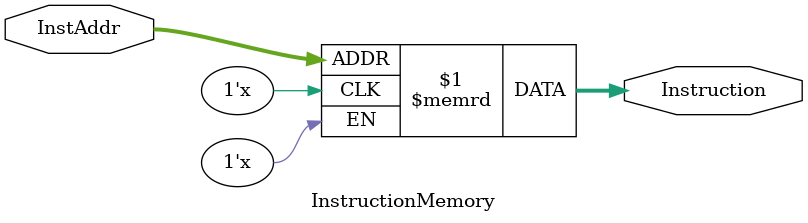
<source format=v>


module InstructionMemory(
    input [8:2] InstAddr,
    output [31:0] Instruction
    );
    
    reg [31:0] InstMem[127:0];
    
    assign Instruction = InstMem[InstAddr];
    
endmodule

</source>
